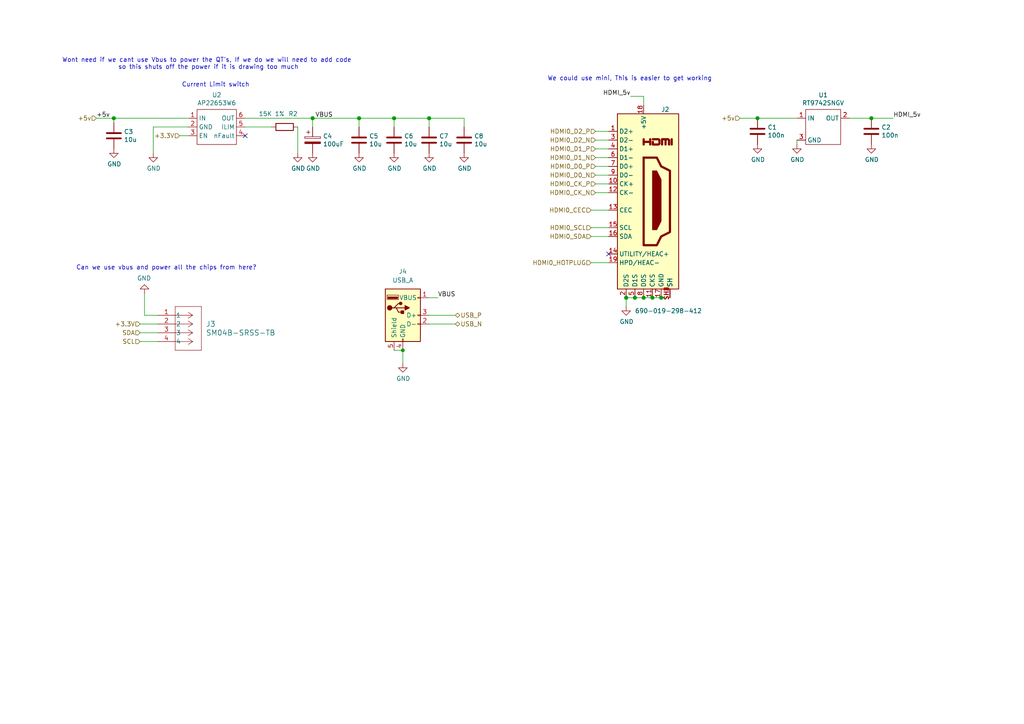
<source format=kicad_sch>
(kicad_sch (version 20231120) (generator "eeschema") (generator_version "8.0")
  (paper "A4")
  (title_block (title "The Brains of the operation") (date "2024-08-17") (rev "V1"))
  (lib_symbols
    (symbol "4PinConnectorQT:SM04B-SRSS-TB" (pin_names (offset 0.254))
      (property "Reference" "J" (at 8.89 6.35 0))
      (property "Value" "SM04B-SRSS-TB" (at 0 0 0))
      (symbol "SM04B-SRSS-TB_1_1"
        (polyline (pts (xy 5.08 -10.16) (xy 12.7 -10.16)) (stroke (width 0.127)))
        (polyline (pts (xy 5.08 2.54) (xy 5.08 -10.16)) (stroke (width 0.127)))
        (polyline (pts (xy 10.16 -7.62) (xy 5.08 -7.62)) (stroke (width 0.127)))
        (polyline (pts (xy 10.16 -7.62) (xy 8.89 -8.4667)) (stroke (width 0.127)))
        (polyline (pts (xy 10.16 -7.62) (xy 8.89 -6.7733)) (stroke (width 0.127)))
        (polyline (pts (xy 10.16 -5.08) (xy 5.08 -5.08)) (stroke (width 0.127)))
        (polyline (pts (xy 10.16 -5.08) (xy 8.89 -5.9267)) (stroke (width 0.127)))
        (polyline (pts (xy 10.16 -5.08) (xy 8.89 -4.2333)) (stroke (width 0.127)))
        (polyline (pts (xy 10.16 -2.54) (xy 5.08 -2.54)) (stroke (width 0.127)))
        (polyline (pts (xy 10.16 -2.54) (xy 8.89 -3.3867)) (stroke (width 0.127)))
        (polyline (pts (xy 10.16 -2.54) (xy 8.89 -1.6933)) (stroke (width 0.127)))
        (polyline (pts (xy 10.16 0) (xy 5.08 0)) (stroke (width 0.127)))
        (polyline (pts (xy 10.16 0) (xy 8.89 -0.8467)) (stroke (width 0.127)))
        (polyline (pts (xy 10.16 0) (xy 8.89 0.8467)) (stroke (width 0.127)))
        (polyline (pts (xy 12.7 -10.16) (xy 12.7 2.54)) (stroke (width 0.127)))
        (polyline (pts (xy 12.7 2.54) (xy 5.08 2.54)) (stroke (width 0.127)))
        (pin unspecified line (at 0 0 0) (length 5.08) (name "1") (number "1"))
        (pin unspecified line (at 0 -2.54 0) (length 5.08) (name "2") (number "2"))
        (pin unspecified line (at 0 -5.08 0) (length 5.08) (name "3") (number "3"))
        (pin unspecified line (at 0 -7.62 0) (length 5.08) (name "4") (number "4"))
      )
      (symbol "SM04B-SRSS-TB_1_2"
        (polyline (pts (xy 5.08 -10.16) (xy 12.7 -10.16)) (stroke (width 0.127)))
        (polyline (pts (xy 5.08 2.54) (xy 5.08 -10.16)) (stroke (width 0.127)))
        (polyline (pts (xy 7.62 -7.62) (xy 5.08 -7.62)) (stroke (width 0.127)))
        (polyline (pts (xy 7.62 -7.62) (xy 8.89 -8.4667)) (stroke (width 0.127)))
        (polyline (pts (xy 7.62 -7.62) (xy 8.89 -6.7733)) (stroke (width 0.127)))
        (polyline (pts (xy 7.62 -5.08) (xy 5.08 -5.08)) (stroke (width 0.127)))
        (polyline (pts (xy 7.62 -5.08) (xy 8.89 -5.9267)) (stroke (width 0.127)))
        (polyline (pts (xy 7.62 -5.08) (xy 8.89 -4.2333)) (stroke (width 0.127)))
        (polyline (pts (xy 7.62 -2.54) (xy 5.08 -2.54)) (stroke (width 0.127)))
        (polyline (pts (xy 7.62 -2.54) (xy 8.89 -3.3867)) (stroke (width 0.127)))
        (polyline (pts (xy 7.62 -2.54) (xy 8.89 -1.6933)) (stroke (width 0.127)))
        (polyline (pts (xy 7.62 0) (xy 5.08 0)) (stroke (width 0.127)))
        (polyline (pts (xy 7.62 0) (xy 8.89 -0.8467)) (stroke (width 0.127)))
        (polyline (pts (xy 7.62 0) (xy 8.89 0.8467)) (stroke (width 0.127)))
        (polyline (pts (xy 12.7 -10.16) (xy 12.7 2.54)) (stroke (width 0.127)))
        (polyline (pts (xy 12.7 2.54) (xy 5.08 2.54)) (stroke (width 0.127)))
        (pin unspecified line (at 0 0 0) (length 5.08) (name "1") (number "1"))
        (pin unspecified line (at 0 -2.54 0) (length 5.08) (name "2") (number "2"))
        (pin unspecified line (at 0 -5.08 0) (length 5.08) (name "3") (number "3"))
        (pin unspecified line (at 0 -7.62 0) (length 5.08) (name "4") (number "4"))
      )
    )
    (symbol "CM4IO:AP2553W6"
      (property "Reference" "U" (at 3.81 -6.35 0))
      (property "Value" "AP2553W6" (at -3.81 -6.35 0))
      (symbol "AP2553W6_0_0"
        (pin power_in line (at -8.89 2.54 0) (length 2.54) (name "IN") (number "1"))
        (pin power_out line (at -8.89 0 0) (length 2.54) (name "GND") (number "2"))
        (pin input line (at -8.89 -2.54 0) (length 2.54) (name "EN") (number "3"))
        (pin open_collector line (at 7.62 -2.54 180) (length 2.54) (name "nFault") (number "4"))
        (pin passive line (at 7.62 0 180) (length 2.54) (name "ILIM") (number "5"))
        (pin power_out line (at 7.62 2.54 180) (length 2.54) (name "OUT") (number "6"))
      )
      (symbol "AP2553W6_0_1"
        (rectangle (start -6.35 5.08) (end 5.08 -5.08))
      )
    )
    (symbol "CM4IO:HDMI_A_1.4"
      (property "Reference" "J" (at -6.35 26.67 0))
      (property "Value" "HDMI_A_1.4" (at 10.16 26.67 0))
      (symbol "HDMI_A_1.4_0_0"
        (polyline (pts (xy 8.128 16.51) (xy 8.128 18.034)) (stroke (width 0.635)))
        (polyline (pts (xy 0 16.51) (xy 0 18.034) (xy 0 17.272) (xy 1.905 17.272) (xy 1.905 18.034) (xy 1.905 16.51)) (stroke (width 0.635)))
        (polyline (pts (xy 2.667 18.034) (xy 4.318 18.034) (xy 4.572 17.78) (xy 4.572 16.764) (xy 4.318 16.51) (xy 2.667 16.51) (xy 2.667 17.272)) (stroke (width 0.635)))
        (pin passive line (at 7.62 -27.94 90) (length 2.54) (name "SH") (number "SH2"))
        (pin passive line (at 7.62 -27.94 90) (length 2.54) (name "SH") (number "SH3"))
        (pin passive line (at 7.62 -27.94 90) (length 2.54) (name "SH") (number "SH4"))
      )
      (symbol "HDMI_A_1.4_0_1"
        (rectangle (start -7.62 25.4) (end 10.16 -25.4) (stroke (width 0.254)) (fill (type background)))
        (polyline (pts (xy 2.54 8.89) (xy 3.81 8.89) (xy 5.08 6.35) (xy 5.08 -5.715) (xy 3.81 -8.255) (xy 2.54 -8.255) (xy 2.54 8.89)) (fill (type outline)))
        (polyline (pts (xy 5.334 16.51) (xy 5.334 18.034) (xy 6.35 18.034) (xy 6.35 16.51) (xy 6.35 18.034) (xy 7.112 18.034) (xy 7.366 17.78) (xy 7.366 16.51)) (stroke (width 0.635)))
        (polyline (pts (xy 0 12.7) (xy 0 -12.7) (xy 3.81 -12.7) (xy 5.08 -10.16) (xy 7.62 -8.89) (xy 7.62 8.89) (xy 5.08 10.16) (xy 3.81 12.7) (xy 0 12.7)) (stroke (width 0.635)))
      )
      (symbol "HDMI_A_1.4_1_1"
        (pin passive line (at -10.16 20.32 0) (length 2.54) (name "D2+") (number "1"))
        (pin passive line (at -10.16 5.08 0) (length 2.54) (name "CK+") (number "10"))
        (pin power_in line (at 2.54 -27.94 90) (length 2.54) (name "CKS") (number "11"))
        (pin passive line (at -10.16 2.54 0) (length 2.54) (name "CK-") (number "12"))
        (pin bidirectional line (at -10.16 -2.54 0) (length 2.54) (name "CEC") (number "13"))
        (pin passive line (at -10.16 -15.24 0) (length 2.54) (name "UTILITY/HEAC+") (number "14"))
        (pin passive line (at -10.16 -7.62 0) (length 2.54) (name "SCL") (number "15"))
        (pin bidirectional line (at -10.16 -10.16 0) (length 2.54) (name "SDA") (number "16"))
        (pin power_in line (at 5.08 -27.94 90) (length 2.54) (name "GND") (number "17"))
        (pin power_in line (at 0 27.94 270) (length 2.54) (name "+5V") (number "18"))
        (pin passive line (at -10.16 -17.78 0) (length 2.54) (name "HPD/HEAC-") (number "19"))
        (pin power_in line (at -5.08 -27.94 90) (length 2.54) (name "D2S") (number "2"))
        (pin passive line (at -10.16 17.78 0) (length 2.54) (name "D2-") (number "3"))
        (pin passive line (at -10.16 15.24 0) (length 2.54) (name "D1+") (number "4"))
        (pin power_in line (at -2.54 -27.94 90) (length 2.54) (name "D1S") (number "5"))
        (pin passive line (at -10.16 12.7 0) (length 2.54) (name "D1-") (number "6"))
        (pin passive line (at -10.16 10.16 0) (length 2.54) (name "D0+") (number "7"))
        (pin power_in line (at 0 -27.94 90) (length 2.54) (name "D0S") (number "8"))
        (pin passive line (at -10.16 7.62 0) (length 2.54) (name "D0-") (number "9"))
        (pin passive line (at 7.62 -27.94 90) (length 2.54) (name "SH") (number "SH1"))
      )
    )
    (symbol "CM4IO:RT9742SNGV"
      (property "Reference" "U12" (at 2.54 10.541 0))
      (property "Value" "RT9742SNGV" (at 2.54 8.2296 0))
      (symbol "RT9742SNGV_0_1"
        (rectangle (start -2.54 6.35) (end 7.62 -3.81))
      )
      (symbol "RT9742SNGV_1_1"
        (pin power_in line (at -5.08 3.81 0) (length 2.54) (name "IN") (number "1"))
        (pin output line (at 10.16 3.81 180) (length 2.54) (name "OUT") (number "2"))
        (pin power_in line (at -5.08 -2.54 0) (length 2.54) (name "GND") (number "3"))
      )
    )
    (symbol "Connector:USB_A" (pin_names (offset 1.016))
      (property "Reference" "J" (at -5.08 11.43 0))
      (property "Value" "USB_A" (at -5.08 8.89 0))
      (symbol "USB_A_0_1"
        (rectangle (start -5.08 -7.62) (end 5.08 7.62) (stroke (width 0.254)) (fill (type background)))
        (circle (center -3.81 2.159) (radius 0.635) (stroke (width 0.254)) (fill (type outline)))
        (rectangle (start -1.524 4.826) (end -4.318 5.334) (fill (type outline)))
        (rectangle (start -1.27 4.572) (end -4.572 5.842))
        (circle (center -0.635 3.429) (radius 0.381) (stroke (width 0.254)) (fill (type outline)))
        (rectangle (start -0.127 -7.62) (end 0.127 -6.858))
        (polyline (pts (xy -3.175 2.159) (xy -2.54 2.159) (xy -1.27 3.429) (xy -0.635 3.429)) (stroke (width 0.254)))
        (polyline (pts (xy -2.54 2.159) (xy -1.905 2.159) (xy -1.27 0.889) (xy 0 0.889)) (stroke (width 0.254)))
        (polyline (pts (xy 0.635 2.794) (xy 0.635 1.524) (xy 1.905 2.159) (xy 0.635 2.794)) (stroke (width 0.254)) (fill (type outline)))
        (rectangle (start 0.254 1.27) (end -0.508 0.508) (stroke (width 0.254)) (fill (type outline)))
        (rectangle (start 5.08 -2.667) (end 4.318 -2.413))
        (rectangle (start 5.08 -0.127) (end 4.318 0.127))
        (rectangle (start 5.08 4.953) (end 4.318 5.207))
      )
      (symbol "USB_A_1_1"
        (polyline (pts (xy -1.905 2.159) (xy 0.635 2.159)) (stroke (width 0.254)))
        (pin power_in line (at 7.62 5.08 180) (length 2.54) (name "VBUS") (number "1"))
        (pin bidirectional line (at 7.62 -2.54 180) (length 2.54) (name "D-") (number "2"))
        (pin bidirectional line (at 7.62 0 180) (length 2.54) (name "D+") (number "3"))
        (pin power_in line (at 0 -10.16 90) (length 2.54) (name "GND") (number "4"))
        (pin passive line (at -2.54 -10.16 90) (length 2.54) (name "Shield") (number "5"))
      )
    )
    (symbol "Device:C" (pin_numbers hide) (pin_names (offset 0.254))
      (property "Reference" "C" (at 0.635 2.54 0))
      (property "Value" "C" (at 0.635 -2.54 0))
      (symbol "C_0_1"
        (polyline (pts (xy -2.032 -0.762) (xy 2.032 -0.762)) (stroke (width 0.508)))
        (polyline (pts (xy -2.032 0.762) (xy 2.032 0.762)) (stroke (width 0.508)))
      )
      (symbol "C_1_1"
        (pin passive line (at 0 3.81 270) (length 2.794) (name "~") (number "1"))
        (pin passive line (at 0 -3.81 90) (length 2.794) (name "~") (number "2"))
      )
    )
    (symbol "Device:CP" (pin_numbers hide) (pin_names (offset 0.254))
      (property "Reference" "C" (at 0.635 2.54 0))
      (property "Value" "CP" (at 0.635 -2.54 0))
      (symbol "CP_0_1"
        (rectangle (start -2.286 0.508) (end 2.286 1.016))
        (polyline (pts (xy -1.778 2.286) (xy -0.762 2.286)))
        (polyline (pts (xy -1.27 2.794) (xy -1.27 1.778)))
        (rectangle (start 2.286 -0.508) (end -2.286 -1.016) (fill (type outline)))
      )
      (symbol "CP_1_1"
        (pin passive line (at 0 3.81 270) (length 2.794) (name "~") (number "1"))
        (pin passive line (at 0 -3.81 90) (length 2.794) (name "~") (number "2"))
      )
    )
    (symbol "Device:R" (pin_numbers hide) (pin_names (offset 0))
      (property "Reference" "R" (at 2.032 0 90))
      (property "Value" "R" (at 0 0 90))
      (symbol "R_0_1"
        (rectangle (start -1.016 -2.54) (end 1.016 2.54) (stroke (width 0.254)))
      )
      (symbol "R_1_1"
        (pin passive line (at 0 3.81 270) (length 1.27) (name "~") (number "1"))
        (pin passive line (at 0 -3.81 90) (length 1.27) (name "~") (number "2"))
      )
    )
    (symbol "power:GND" (power) (pin_names (offset 0))
      (property "Value" "GND" (at 0 -3.81 0))
      (symbol "GND_0_1"
        (polyline (pts (xy 0 0) (xy 0 -1.27) (xy 1.27 -1.27) (xy 0 -2.54) (xy -1.27 -1.27) (xy 0 -1.27)))
      )
      (symbol "GND_1_1"
        (pin power_in line (at 0 0 270) (length 0) hide (name "GND") (number "1"))
      )
    )
  )
  (junction (at 114.3 34.29) (diameter 1.016))
  (junction (at 219.71 34.29) (diameter 1.016))
  (junction (at 104.14 34.29) (diameter 1.016))
  (junction (at 124.46 34.29) (diameter 1.016))
  (junction (at 186.69 86.36) (diameter 1.016))
  (junction (at 33.02 34.29) (diameter 1.016))
  (junction (at 90.678 34.29) (diameter 1.016))
  (junction (at 181.61 86.36) (diameter 1.016))
  (junction (at 252.73 34.29) (diameter 1.016))
  (junction (at 116.84 101.6))
  (junction (at 191.77 86.36) (diameter 1.016))
  (junction (at 189.23 86.36) (diameter 1.016))
  (junction (at 184.15 86.36) (diameter 1.016))
  (no_connect (at 176.53 73.66))
  (no_connect (at 71.12 39.37))
  (wire (pts (xy 191.77 86.36) (xy 194.31 86.36)))
  (wire (pts (xy 124.46 93.98) (xy 132.08 93.98)))
  (wire (pts (xy 86.36 36.83) (xy 86.36 44.45)))
  (wire (pts (xy 181.61 86.36) (xy 181.61 88.9)))
  (wire (pts (xy 124.46 34.29) (xy 134.62 34.29)))
  (wire (pts (xy 71.12 36.83) (xy 78.74 36.83)))
  (wire (pts (xy 186.69 27.94) (xy 186.69 30.48)))
  (wire (pts (xy 172.72 40.64) (xy 176.53 40.64)))
  (wire (pts (xy 171.45 66.04) (xy 176.53 66.04)))
  (wire (pts (xy 172.72 45.72) (xy 176.53 45.72)))
  (wire (pts (xy 114.3 101.6) (xy 116.84 101.6)))
  (wire (pts (xy 134.62 36.83) (xy 134.62 34.29)))
  (wire (pts (xy 90.678 34.29) (xy 90.678 36.83)))
  (wire (pts (xy 172.72 48.26) (xy 176.53 48.26)))
  (wire (pts (xy 182.88 27.94) (xy 186.69 27.94)))
  (wire (pts (xy 172.72 43.18) (xy 176.53 43.18)))
  (wire (pts (xy 181.61 86.36) (xy 184.15 86.36)))
  (wire (pts (xy 186.69 86.36) (xy 189.23 86.36)))
  (wire (pts (xy 172.72 38.1) (xy 176.53 38.1)))
  (wire (pts (xy 252.73 34.29) (xy 259.08 34.29)))
  (wire (pts (xy 52.07 39.37) (xy 54.61 39.37)))
  (wire (pts (xy 172.72 50.8) (xy 176.53 50.8)))
  (wire (pts (xy 54.61 36.83) (xy 44.45 36.83)))
  (wire (pts (xy 219.71 34.29) (xy 231.14 34.29)))
  (wire (pts (xy 124.46 86.36) (xy 127 86.36)))
  (wire (pts (xy 172.72 55.88) (xy 176.53 55.88)))
  (wire (pts (xy 33.02 35.56) (xy 33.02 34.29)))
  (wire (pts (xy 40.64 99.06) (xy 45.72 99.06)))
  (wire (pts (xy 171.45 76.2) (xy 176.53 76.2)))
  (wire (pts (xy 124.46 91.44) (xy 132.08 91.44)))
  (wire (pts (xy 231.14 40.64) (xy 231.14 41.91)))
  (wire (pts (xy 116.84 101.6) (xy 116.84 105.41)))
  (wire (pts (xy 124.46 34.29) (xy 124.46 36.83)))
  (wire (pts (xy 41.91 91.44) (xy 41.91 85.09)))
  (wire (pts (xy 171.45 60.96) (xy 176.53 60.96)))
  (wire (pts (xy 45.72 91.44) (xy 41.91 91.44)))
  (wire (pts (xy 114.3 34.29) (xy 114.3 36.83)))
  (wire (pts (xy 44.45 36.83) (xy 44.45 44.45)))
  (wire (pts (xy 246.38 34.29) (xy 252.73 34.29)))
  (wire (pts (xy 40.64 96.52) (xy 45.72 96.52)))
  (wire (pts (xy 27.94 34.29) (xy 33.02 34.29)))
  (wire (pts (xy 171.45 68.58) (xy 176.53 68.58)))
  (wire (pts (xy 33.02 34.29) (xy 54.61 34.29)))
  (wire (pts (xy 71.12 34.29) (xy 90.678 34.29)))
  (wire (pts (xy 104.14 36.83) (xy 104.14 34.29)))
  (wire (pts (xy 189.23 86.36) (xy 191.77 86.36)))
  (wire (pts (xy 104.14 34.29) (xy 114.3 34.29)))
  (wire (pts (xy 172.72 53.34) (xy 176.53 53.34)))
  (wire (pts (xy 184.15 86.36) (xy 186.69 86.36)))
  (wire (pts (xy 114.3 34.29) (xy 124.46 34.29)))
  (wire (pts (xy 90.678 34.29) (xy 104.14 34.29)))
  (wire (pts (xy 40.64 93.98) (xy 45.72 93.98)))
  (wire (pts (xy 214.63 34.29) (xy 219.71 34.29)))
  (text "Current Limit switch" (at 72.39 25.4 0) (effects (font (size 1.27 1.27)) (justify right bottom)))
  (text "We could use mini, This is easier to get working" (at 182.626 22.86 0) (effects (font (size 1.27 1.27))))
  (text "Wont need if we cant use Vbus to power the QT's, If we do we will need to add code \nso this shuts off the power if it is drawing too much\n" (at 60.452 18.542 0) (effects (font (size 1.27 1.27))))
  (text "Can we use vbus and power all the chips from here?" (at 48.26 77.724 0) (effects (font (size 1.27 1.27))))
  (label "HDMI_5v" (at 182.88 27.94 180))
  (label "+5v" (at 27.94 34.29 0))
  (label "VBUS" (at 91.44 34.29 0))
  (label "VBUS" (at 127 86.36 0))
  (label "HDMI_5v" (at 259.08 34.29 0))
  (hierarchical_label "HDMI0_D2_P" (shape input) (at 172.72 38.1 180))
  (hierarchical_label "USB_N" (shape bidirectional) (at 132.08 93.98 0))
  (hierarchical_label "HDMI0_D0_P" (shape input) (at 172.72 48.26 180))
  (hierarchical_label "HDMI0_D1_N" (shape input) (at 172.72 45.72 180))
  (hierarchical_label "+5v" (shape input) (at 27.94 34.29 180))
  (hierarchical_label "+5v" (shape input) (at 214.63 34.29 180))
  (hierarchical_label "HDMI0_CEC" (shape input) (at 171.45 60.96 180))
  (hierarchical_label "HDMI0_D0_N" (shape input) (at 172.72 50.8 180))
  (hierarchical_label "HDMI0_CK_P" (shape input) (at 172.72 53.34 180))
  (hierarchical_label "HDMI0_HOTPLUG" (shape input) (at 171.45 76.2 180))
  (hierarchical_label "HDMI0_SDA" (shape input) (at 171.45 68.58 180))
  (hierarchical_label "SCL" (shape input) (at 40.64 99.06 180))
  (hierarchical_label "HDMI0_D1_P" (shape input) (at 172.72 43.18 180))
  (hierarchical_label "+3.3V" (shape input) (at 52.07 39.37 180))
  (hierarchical_label "HDMI0_SCL" (shape input) (at 171.45 66.04 180))
  (hierarchical_label "+3.3V" (shape input) (at 40.64 93.98 180))
  (hierarchical_label "USB_P" (shape bidirectional) (at 132.08 91.44 0))
  (hierarchical_label "SDA" (shape input) (at 40.64 96.52 180))
  (hierarchical_label "HDMI0_D2_N" (shape input) (at 172.72 40.64 180))
  (hierarchical_label "HDMI0_CK_N" (shape input) (at 172.72 55.88 180))
  (symbol (lib_id "power:GND") (at 104.14 44.45 0) (unit 1)
    (property "Reference" "#PWR013" (effects (hide yes)))
    (property "Value" "GND" (at 104.267 48.8442 0))
  )
  (symbol (lib_id "power:GND") (at 86.36 44.45 0) (unit 1)
    (property "Reference" "#PWR011" (effects (hide yes)))
    (property "Value" "GND" (at 86.487 48.8442 0))
  )
  (symbol (lib_id "Device:C") (at 219.71 38.1 0) (unit 1)
    (property "Reference" "C1" (at 222.631 36.9316 0) (effects (justify left)))
    (property "Value" "100n" (at 222.631 39.243 0) (effects (justify left)))
    (property "Footprint" "Capacitor_SMD:C_0402_1005Metric" (effects (hide yes)))
    (property "Datasheet" "https://search.murata.co.jp/Ceramy/image/img/A01X/G101/ENG/GRM155R71C104KA88-01.pdf" (effects (hide yes)))
    (property "Field4" "Farnell" (effects (hide yes)))
    (property "Field5" "2611911" (effects (hide yes)))
    (property "Field6" "RM EMK105 B7104KV-F" (effects (hide yes)))
    (property "Field7" "TAIYO YUDEN EUROPE GMBH" (effects (hide yes)))
    (property "Part Description" "	0.1uF 10% 16V Ceramic Capacitor X7R 0402 (1005 Metric)" (effects (hide yes)))
    (property "Field8" "110091611" (effects (hide yes)))
  )
  (symbol (lib_id "CM4IO:HDMI_A_1.4") (at 186.69 58.42 0) (unit 1)
    (property "Reference" "J2" (at 191.77 31.75 0) (effects (justify left)))
    (property "Value" "690-019-298-412" (at 184.15 90.17 0) (effects (justify left)))
    (property "Footprint" "CM4IO:EDAC 690-019-298-412" (effects (hide yes)))
    (property "Datasheet" "https://www.tme.eu/Document/f15dffbcfad8545e17826f72d36911c8/206A-SEAN-R03.pdf" (effects (hide yes)))
    (property "Field4" "Farnell" (effects (hide yes)))
    (property "Field5" "2614936" (effects (hide yes)))
    (property "Field6" "690-019-298-412" (effects (hide yes)))
    (property "Field7" "EDAC" (effects (hide yes)))
    (property "Part Description" "HDMI Connector, Right Angle, 19 Contacts, Receptacle, Surface Mount, Surface Mount Right Angle" (effects (hide yes)))
    (property "Field8" "UCON00802" (effects (hide yes)))
  )
  (symbol (lib_id "4PinConnectorQT:SM04B-SRSS-TB") (at 45.72 91.44 0) (unit 1)
    (property "Reference" "J3" (at 59.69 93.9799 0) (effects (font (size 1.524 1.524)) (justify left)))
    (property "Value" "SM04B-SRSS-TB" (at 59.69 96.5199 0) (effects (font (size 1.524 1.524)) (justify left)))
    (property "Footprint" "QT_PY:CONN_SM04B-SRSS-TB_JST" (effects (hide yes)))
    (property "Datasheet" "SM04B-SRSS-TB" (effects (hide yes)))
    (property "Part#" "SM04B-SRSS-TB" (effects (hide yes)))
  )
  (symbol (lib_id "power:GND") (at 219.71 41.91 0) (unit 1)
    (property "Reference" "#PWR06" (effects (hide yes)))
    (property "Value" "GND" (at 219.837 46.3042 0))
  )
  (symbol (lib_id "power:GND") (at 116.84 105.41 0) (unit 1)
    (property "Reference" "#PWR027" (effects (hide yes)))
    (property "Value" "GND" (at 116.967 109.8042 0))
  )
  (symbol (lib_id "Device:C") (at 252.73 38.1 0) (unit 1)
    (property "Reference" "C2" (at 255.651 36.9316 0) (effects (justify left)))
    (property "Value" "100n" (at 255.651 39.243 0) (effects (justify left)))
    (property "Footprint" "Capacitor_SMD:C_0402_1005Metric" (effects (hide yes)))
    (property "Datasheet" "https://search.murata.co.jp/Ceramy/image/img/A01X/G101/ENG/GRM155R71C104KA88-01.pdf" (effects (hide yes)))
    (property "Field4" "Farnell" (effects (hide yes)))
    (property "Field5" "2611911" (effects (hide yes)))
    (property "Field6" "RM EMK105 B7104KV-F" (effects (hide yes)))
    (property "Field7" "TAIYO YUDEN EUROPE GMBH" (effects (hide yes)))
    (property "Part Description" "	0.1uF 10% 16V Ceramic Capacitor X7R 0402 (1005 Metric)" (effects (hide yes)))
    (property "Field8" "110091611" (effects (hide yes)))
  )
  (symbol (lib_id "CM4IO:RT9742SNGV") (at 236.22 38.1 0) (unit 1)
    (property "Reference" "U1" (at 238.76 27.559 0))
    (property "Value" "RT9742SNGV" (at 238.76 29.8704 0))
    (property "Footprint" "Package_TO_SOT_SMD:SOT-23" (effects (hide yes)))
    (property "Datasheet" "https://www.richtek.com/assets/product_file/RT9742/DS9742-09.pdf" (effects (hide yes)))
    (property "Field4" "Farnell" (effects (hide yes)))
    (property "Field5" "2575555" (effects (hide yes)))
    (property "Field6" "RT9742SNGV" (effects (hide yes)))
    (property "Field7" "RichTek" (effects (hide yes)))
    (property "Part Description" "Power Switch/Driver 1:1 N-Channel 500mA SOT-23-3" (effects (hide yes)))
    (property "Field8" "USWI00155" (effects (hide yes)))
  )
  (symbol (lib_id "power:GND") (at 41.91 85.09 180) (unit 1)
    (property "Reference" "#PWR026" (effects (hide yes)))
    (property "Value" "GND" (at 41.783 80.6958 0))
  )
  (symbol (lib_id "power:GND") (at 33.02 43.18 0) (unit 1)
    (property "Reference" "#PWR09" (effects (hide yes)))
    (property "Value" "GND" (at 33.147 47.5742 0))
  )
  (symbol (lib_id "power:GND") (at 114.3 44.45 0) (unit 1)
    (property "Reference" "#PWR014" (effects (hide yes)))
    (property "Value" "GND" (at 114.427 48.8442 0))
  )
  (symbol (lib_id "power:GND") (at 134.62 44.45 0) (unit 1)
    (property "Reference" "#PWR016" (effects (hide yes)))
    (property "Value" "GND" (at 134.747 48.8442 0))
  )
  (symbol (lib_id "Device:C") (at 114.3 40.64 0) (unit 1)
    (property "Reference" "C6" (at 117.221 39.4716 0) (effects (justify left)))
    (property "Value" "10u" (at 117.221 41.783 0) (effects (justify left)))
    (property "Footprint" "Capacitor_SMD:C_0805_2012Metric" (effects (hide yes)))
    (property "Datasheet" "https://search.murata.co.jp/Ceramy/image/img/A01X/G101/ENG/GRM21BR71A106KA73-01.pdf" (effects (hide yes)))
    (property "Field5" "490-14381-1-ND" (effects (hide yes)))
    (property "Field4" "Digikey" (effects (hide yes)))
    (property "Field6" "GRM21BR71A106KA73L" (effects (hide yes)))
    (property "Field7" "Murata" (effects (hide yes)))
    (property "Part Description" "	10uF 10% 10V Ceramic Capacitor X7R 0805 (2012 Metric)" (effects (hide yes)))
    (property "Field8" "111893011" (effects (hide yes)))
  )
  (symbol (lib_id "Device:C") (at 124.46 40.64 0) (unit 1)
    (property "Reference" "C7" (at 127.381 39.4716 0) (effects (justify left)))
    (property "Value" "10u" (at 127.381 41.783 0) (effects (justify left)))
    (property "Footprint" "Capacitor_SMD:C_0805_2012Metric" (effects (hide yes)))
    (property "Datasheet" "https://search.murata.co.jp/Ceramy/image/img/A01X/G101/ENG/GRM21BR71A106KA73-01.pdf" (effects (hide yes)))
    (property "Field5" "490-14381-1-ND" (effects (hide yes)))
    (property "Field4" "Digikey" (effects (hide yes)))
    (property "Field6" "GRM21BR71A106KA73L" (effects (hide yes)))
    (property "Field7" "Murata" (effects (hide yes)))
    (property "Part Description" "	10uF 10% 10V Ceramic Capacitor X7R 0805 (2012 Metric)" (effects (hide yes)))
    (property "Field8" "111893011" (effects (hide yes)))
  )
  (symbol (lib_id "power:GND") (at 90.678 44.45 0) (unit 1)
    (property "Reference" "#PWR012" (effects (hide yes)))
    (property "Value" "GND" (at 90.805 48.8442 0))
  )
  (symbol (lib_id "Device:C") (at 104.14 40.64 0) (unit 1)
    (property "Reference" "C5" (at 107.061 39.4716 0) (effects (justify left)))
    (property "Value" "10u" (at 107.061 41.783 0) (effects (justify left)))
    (property "Footprint" "Capacitor_SMD:C_0805_2012Metric" (effects (hide yes)))
    (property "Datasheet" "https://search.murata.co.jp/Ceramy/image/img/A01X/G101/ENG/GRM21BR71A106KA73-01.pdf" (effects (hide yes)))
    (property "Field5" "490-14381-1-ND" (effects (hide yes)))
    (property "Field4" "Digikey" (effects (hide yes)))
    (property "Field6" "GRM21BR71A106KA73L" (effects (hide yes)))
    (property "Field7" "Murata" (effects (hide yes)))
    (property "Part Description" "	10uF 10% 10V Ceramic Capacitor X7R 0805 (2012 Metric)" (effects (hide yes)))
    (property "Field8" "111893011" (effects (hide yes)))
  )
  (symbol (lib_id "Device:C") (at 33.02 39.37 0) (unit 1)
    (property "Reference" "C3" (at 35.941 38.2016 0) (effects (justify left)))
    (property "Value" "10u" (at 35.941 40.513 0) (effects (justify left)))
    (property "Footprint" "Capacitor_SMD:C_0805_2012Metric" (effects (hide yes)))
    (property "Datasheet" "https://search.murata.co.jp/Ceramy/image/img/A01X/G101/ENG/GRM21BR71A106KA73-01.pdf" (effects (hide yes)))
    (property "Field5" "490-14381-1-ND" (effects (hide yes)))
    (property "Field4" "Digikey" (effects (hide yes)))
    (property "Field6" "GRM21BR71A106KA73L" (effects (hide yes)))
    (property "Field7" "Murata" (effects (hide yes)))
    (property "Part Description" "	10uF 10% 10V Ceramic Capacitor X7R 0805 (2012 Metric)" (effects (hide yes)))
    (property "Field8" "111893011" (effects (hide yes)))
  )
  (symbol (lib_id "power:GND") (at 231.14 41.91 0) (unit 1)
    (property "Reference" "#PWR07" (effects (hide yes)))
    (property "Value" "GND" (at 231.267 46.3042 0))
  )
  (symbol (lib_id "Device:CP") (at 90.678 40.64 0) (unit 1)
    (property "Reference" "C4" (at 93.6752 39.497 0) (effects (justify left)))
    (property "Value" "100uF" (at 93.6752 41.783 0) (effects (justify left)))
    (property "Footprint" "Capacitor_Tantalum_SMD:CP_EIA-7343-31_Kemet-D" (effects (hide yes)))
    (property "Field4" "Mouser" (effects (hide yes)))
    (property "Field5" "667-EEF-CX0J101R" (effects (hide yes)))
    (property "Part Description" "Capacitor, SP-Cap, 100u, 6.3V, 15mR ESR" (effects (hide yes)))
  )
  (symbol (lib_id "power:GND") (at 44.45 44.45 0) (unit 1)
    (property "Reference" "#PWR010" (effects (hide yes)))
    (property "Value" "GND" (at 44.577 48.8442 0))
  )
  (symbol (lib_id "Connector:USB_A") (at 116.84 91.44 0) (unit 1)
    (property "Reference" "J4" (at 116.84 78.74 0))
    (property "Value" "USB_A" (at 116.84 81.28 0))
    (property "Footprint" "Connector_USB:USB_A_Molex_67643_Horizontal" (effects (hide yes)))
    (property "Description" "USB Type A connector" (effects (hide yes)))
  )
  (symbol (lib_id "Device:C") (at 134.62 40.64 0) (unit 1)
    (property "Reference" "C8" (at 137.541 39.4716 0) (effects (justify left)))
    (property "Value" "10u" (at 137.541 41.783 0) (effects (justify left)))
    (property "Footprint" "Capacitor_SMD:C_0805_2012Metric" (effects (hide yes)))
    (property "Datasheet" "https://search.murata.co.jp/Ceramy/image/img/A01X/G101/ENG/GRM21BR71A106KA73-01.pdf" (effects (hide yes)))
    (property "Field5" "490-14381-1-ND" (effects (hide yes)))
    (property "Field4" "Digikey" (effects (hide yes)))
    (property "Field6" "GRM21BR71A106KA73L" (effects (hide yes)))
    (property "Field7" "Murata" (effects (hide yes)))
    (property "Part Description" "	10uF 10% 10V Ceramic Capacitor X7R 0805 (2012 Metric)" (effects (hide yes)))
    (property "Field8" "111893011" (effects (hide yes)))
  )
  (symbol (lib_id "power:GND") (at 252.73 41.91 0) (unit 1)
    (property "Reference" "#PWR08" (effects (hide yes)))
    (property "Value" "GND" (at 252.857 46.3042 0))
  )
  (symbol (lib_id "power:GND") (at 124.46 44.45 0) (unit 1)
    (property "Reference" "#PWR015" (effects (hide yes)))
    (property "Value" "GND" (at 124.587 48.8442 0))
  )
  (symbol (lib_id "power:GND") (at 181.61 88.9 0) (unit 1)
    (property "Reference" "#PWR05" (effects (hide yes)))
    (property "Value" "GND" (at 181.737 93.2942 0))
  )
  (symbol (lib_id "Device:R") (at 82.55 36.83 90) (unit 1)
    (property "Reference" "R2" (at 86.36 33.02 90) (effects (justify left)))
    (property "Value" "15K 1%" (at 82.55 33.02 90) (effects (justify left)))
    (property "Footprint" "Resistor_SMD:R_0402_1005Metric" (effects (hide yes)))
    (property "Datasheet" "https://fscdn.rohm.com/en/products/databook/datasheet/passive/resistor/chip_resistor/mcr-e.pdf" (effects (hide yes)))
    (property "Field4" "Farnell" (effects (hide yes)))
    (property "Field5" "9239375" (effects (hide yes)))
    (property "Field6" "MCR01MZPF1502" (effects (hide yes)))
    (property "Field7" "Rohm" (effects (hide yes)))
    (property "Part Description" "Resistor 15K M1005 1% 63mW" (effects (hide yes)))
    (property "Field8" "120891581" (effects (hide yes)))
  )
  (symbol (lib_id "CM4IO:AP2553W6") (at 63.5 36.83 0) (unit 1)
    (property "Reference" "U2" (at 62.865 27.559 0))
    (property "Value" "AP22653W6" (at 62.865 29.8704 0))
    (property "Footprint" "Package_TO_SOT_SMD:SOT-23-6" (effects (hide yes)))
    (property "Datasheet" "https://www.diodes.com/assets/Datasheets/AP255x.pdf" (effects (hide yes)))
    (property "Field4" "Digikey" (effects (hide yes)))
    (property "Field5" "	31-AP22653W6-7CT-ND" (effects (hide yes)))
    (property "Field6" "AP22653W6" (effects (hide yes)))
    (property "Field7" "Diodes" (effects (hide yes)))
    (property "Part Description" "	Power Switch/Driver 1:1 P-Channel 2.1A SOT-23-6" (effects (hide yes)))
  )
)
</source>
